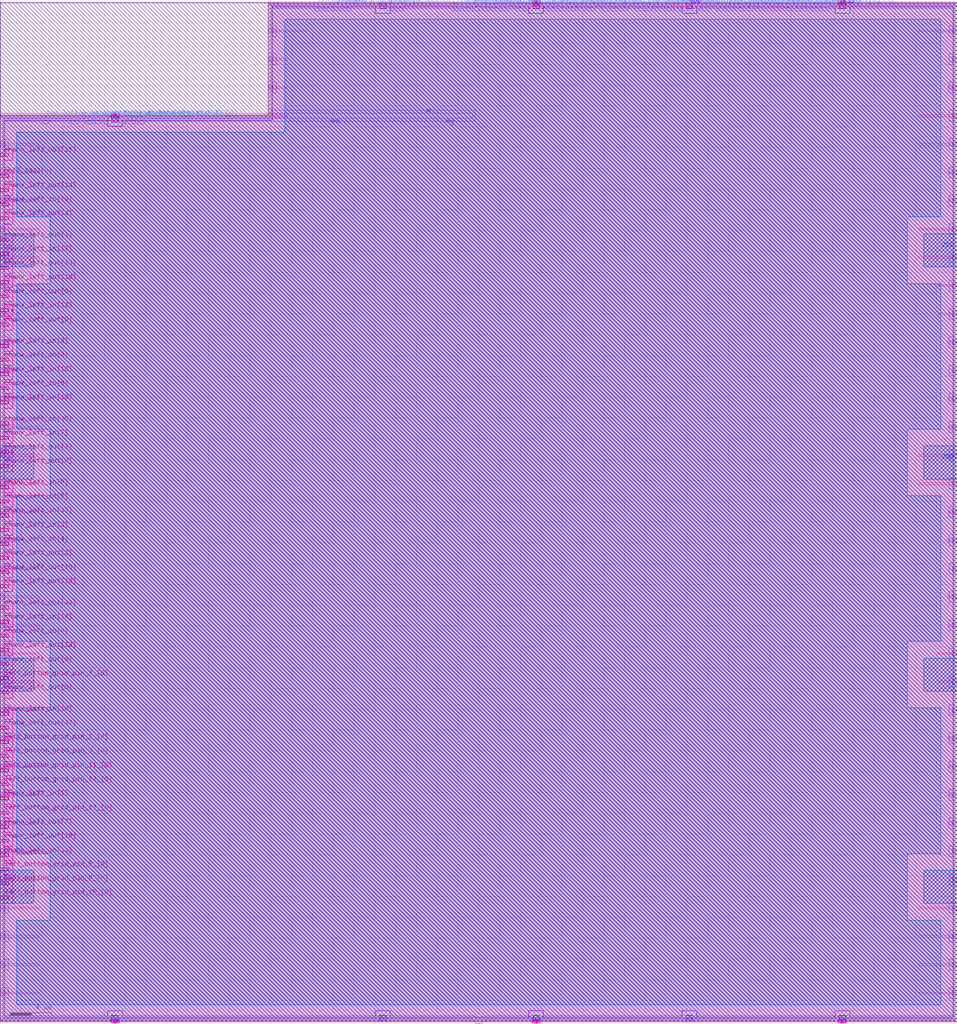
<source format=lef>
VERSION 5.7 ;
BUSBITCHARS "[]" ;

UNITS
  DATABASE MICRONS 1000 ;
END UNITS

MANUFACTURINGGRID 0.005 ;

LAYER li1
  TYPE ROUTING ;
  DIRECTION VERTICAL ;
  PITCH 0.46 ;
  WIDTH 0.17 ;
END li1

LAYER mcon
  TYPE CUT ;
END mcon

LAYER met1
  TYPE ROUTING ;
  DIRECTION HORIZONTAL ;
  PITCH 0.34 ;
  WIDTH 0.14 ;
END met1

LAYER via
  TYPE CUT ;
END via

LAYER met2
  TYPE ROUTING ;
  DIRECTION VERTICAL ;
  PITCH 0.46 ;
  WIDTH 0.14 ;
END met2

LAYER via2
  TYPE CUT ;
END via2

LAYER met3
  TYPE ROUTING ;
  DIRECTION HORIZONTAL ;
  PITCH 0.68 ;
  WIDTH 0.3 ;
END met3

LAYER via3
  TYPE CUT ;
END via3

LAYER met4
  TYPE ROUTING ;
  DIRECTION VERTICAL ;
  PITCH 0.92 ;
  WIDTH 0.3 ;
END met4

LAYER via4
  TYPE CUT ;
END via4

LAYER met5
  TYPE ROUTING ;
  DIRECTION HORIZONTAL ;
  PITCH 3.4 ;
  WIDTH 1.6 ;
END met5

LAYER nwell
  TYPE MASTERSLICE ;
END nwell

LAYER pwell
  TYPE MASTERSLICE ;
END pwell

LAYER OVERLAP
  TYPE OVERLAP ;
END OVERLAP

VIA L1M1_PR
  LAYER li1 ;
    RECT -0.085 -0.085 0.085 0.085 ;
  LAYER mcon ;
    RECT -0.085 -0.085 0.085 0.085 ;
  LAYER met1 ;
    RECT -0.145 -0.115 0.145 0.115 ;
END L1M1_PR

VIA L1M1_PR_R
  LAYER li1 ;
    RECT -0.085 -0.085 0.085 0.085 ;
  LAYER mcon ;
    RECT -0.085 -0.085 0.085 0.085 ;
  LAYER met1 ;
    RECT -0.115 -0.145 0.115 0.145 ;
END L1M1_PR_R

VIA L1M1_PR_M
  LAYER li1 ;
    RECT -0.085 -0.085 0.085 0.085 ;
  LAYER mcon ;
    RECT -0.085 -0.085 0.085 0.085 ;
  LAYER met1 ;
    RECT -0.115 -0.145 0.115 0.145 ;
END L1M1_PR_M

VIA L1M1_PR_MR
  LAYER li1 ;
    RECT -0.085 -0.085 0.085 0.085 ;
  LAYER mcon ;
    RECT -0.085 -0.085 0.085 0.085 ;
  LAYER met1 ;
    RECT -0.145 -0.115 0.145 0.115 ;
END L1M1_PR_MR

VIA L1M1_PR_C
  LAYER li1 ;
    RECT -0.085 -0.085 0.085 0.085 ;
  LAYER mcon ;
    RECT -0.085 -0.085 0.085 0.085 ;
  LAYER met1 ;
    RECT -0.145 -0.145 0.145 0.145 ;
END L1M1_PR_C

VIA M1M2_PR
  LAYER met1 ;
    RECT -0.16 -0.13 0.16 0.13 ;
  LAYER via ;
    RECT -0.075 -0.075 0.075 0.075 ;
  LAYER met2 ;
    RECT -0.13 -0.16 0.13 0.16 ;
END M1M2_PR

VIA M1M2_PR_Enc
  LAYER met1 ;
    RECT -0.16 -0.13 0.16 0.13 ;
  LAYER via ;
    RECT -0.075 -0.075 0.075 0.075 ;
  LAYER met2 ;
    RECT -0.16 -0.13 0.16 0.13 ;
END M1M2_PR_Enc

VIA M1M2_PR_R
  LAYER met1 ;
    RECT -0.13 -0.16 0.13 0.16 ;
  LAYER via ;
    RECT -0.075 -0.075 0.075 0.075 ;
  LAYER met2 ;
    RECT -0.16 -0.13 0.16 0.13 ;
END M1M2_PR_R

VIA M1M2_PR_R_Enc
  LAYER met1 ;
    RECT -0.13 -0.16 0.13 0.16 ;
  LAYER via ;
    RECT -0.075 -0.075 0.075 0.075 ;
  LAYER met2 ;
    RECT -0.13 -0.16 0.13 0.16 ;
END M1M2_PR_R_Enc

VIA M1M2_PR_M
  LAYER met1 ;
    RECT -0.16 -0.13 0.16 0.13 ;
  LAYER via ;
    RECT -0.075 -0.075 0.075 0.075 ;
  LAYER met2 ;
    RECT -0.16 -0.13 0.16 0.13 ;
END M1M2_PR_M

VIA M1M2_PR_M_Enc
  LAYER met1 ;
    RECT -0.16 -0.13 0.16 0.13 ;
  LAYER via ;
    RECT -0.075 -0.075 0.075 0.075 ;
  LAYER met2 ;
    RECT -0.13 -0.16 0.13 0.16 ;
END M1M2_PR_M_Enc

VIA M1M2_PR_MR
  LAYER met1 ;
    RECT -0.13 -0.16 0.13 0.16 ;
  LAYER via ;
    RECT -0.075 -0.075 0.075 0.075 ;
  LAYER met2 ;
    RECT -0.13 -0.16 0.13 0.16 ;
END M1M2_PR_MR

VIA M1M2_PR_MR_Enc
  LAYER met1 ;
    RECT -0.13 -0.16 0.13 0.16 ;
  LAYER via ;
    RECT -0.075 -0.075 0.075 0.075 ;
  LAYER met2 ;
    RECT -0.16 -0.13 0.16 0.13 ;
END M1M2_PR_MR_Enc

VIA M1M2_PR_C
  LAYER met1 ;
    RECT -0.16 -0.16 0.16 0.16 ;
  LAYER via ;
    RECT -0.075 -0.075 0.075 0.075 ;
  LAYER met2 ;
    RECT -0.16 -0.16 0.16 0.16 ;
END M1M2_PR_C

VIA M2M3_PR
  LAYER met2 ;
    RECT -0.14 -0.185 0.14 0.185 ;
  LAYER via2 ;
    RECT -0.1 -0.1 0.1 0.1 ;
  LAYER met3 ;
    RECT -0.165 -0.165 0.165 0.165 ;
END M2M3_PR

VIA M2M3_PR_R
  LAYER met2 ;
    RECT -0.185 -0.14 0.185 0.14 ;
  LAYER via2 ;
    RECT -0.1 -0.1 0.1 0.1 ;
  LAYER met3 ;
    RECT -0.165 -0.165 0.165 0.165 ;
END M2M3_PR_R

VIA M2M3_PR_M
  LAYER met2 ;
    RECT -0.14 -0.185 0.14 0.185 ;
  LAYER via2 ;
    RECT -0.1 -0.1 0.1 0.1 ;
  LAYER met3 ;
    RECT -0.165 -0.165 0.165 0.165 ;
END M2M3_PR_M

VIA M2M3_PR_MR
  LAYER met2 ;
    RECT -0.185 -0.14 0.185 0.14 ;
  LAYER via2 ;
    RECT -0.1 -0.1 0.1 0.1 ;
  LAYER met3 ;
    RECT -0.165 -0.165 0.165 0.165 ;
END M2M3_PR_MR

VIA M2M3_PR_C
  LAYER met2 ;
    RECT -0.185 -0.185 0.185 0.185 ;
  LAYER via2 ;
    RECT -0.1 -0.1 0.1 0.1 ;
  LAYER met3 ;
    RECT -0.165 -0.165 0.165 0.165 ;
END M2M3_PR_C

VIA M3M4_PR
  LAYER met3 ;
    RECT -0.19 -0.16 0.19 0.16 ;
  LAYER via3 ;
    RECT -0.1 -0.1 0.1 0.1 ;
  LAYER met4 ;
    RECT -0.165 -0.165 0.165 0.165 ;
END M3M4_PR

VIA M3M4_PR_R
  LAYER met3 ;
    RECT -0.16 -0.19 0.16 0.19 ;
  LAYER via3 ;
    RECT -0.1 -0.1 0.1 0.1 ;
  LAYER met4 ;
    RECT -0.165 -0.165 0.165 0.165 ;
END M3M4_PR_R

VIA M3M4_PR_M
  LAYER met3 ;
    RECT -0.19 -0.16 0.19 0.16 ;
  LAYER via3 ;
    RECT -0.1 -0.1 0.1 0.1 ;
  LAYER met4 ;
    RECT -0.165 -0.165 0.165 0.165 ;
END M3M4_PR_M

VIA M3M4_PR_MR
  LAYER met3 ;
    RECT -0.16 -0.19 0.16 0.19 ;
  LAYER via3 ;
    RECT -0.1 -0.1 0.1 0.1 ;
  LAYER met4 ;
    RECT -0.165 -0.165 0.165 0.165 ;
END M3M4_PR_MR

VIA M3M4_PR_C
  LAYER met3 ;
    RECT -0.19 -0.19 0.19 0.19 ;
  LAYER via3 ;
    RECT -0.1 -0.1 0.1 0.1 ;
  LAYER met4 ;
    RECT -0.165 -0.165 0.165 0.165 ;
END M3M4_PR_C

VIA M4M5_PR
  LAYER met4 ;
    RECT -0.59 -0.59 0.59 0.59 ;
  LAYER via4 ;
    RECT -0.4 -0.4 0.4 0.4 ;
  LAYER met5 ;
    RECT -0.71 -0.71 0.71 0.71 ;
END M4M5_PR

VIA M4M5_PR_R
  LAYER met4 ;
    RECT -0.59 -0.59 0.59 0.59 ;
  LAYER via4 ;
    RECT -0.4 -0.4 0.4 0.4 ;
  LAYER met5 ;
    RECT -0.71 -0.71 0.71 0.71 ;
END M4M5_PR_R

VIA M4M5_PR_M
  LAYER met4 ;
    RECT -0.59 -0.59 0.59 0.59 ;
  LAYER via4 ;
    RECT -0.4 -0.4 0.4 0.4 ;
  LAYER met5 ;
    RECT -0.71 -0.71 0.71 0.71 ;
END M4M5_PR_M

VIA M4M5_PR_MR
  LAYER met4 ;
    RECT -0.59 -0.59 0.59 0.59 ;
  LAYER via4 ;
    RECT -0.4 -0.4 0.4 0.4 ;
  LAYER met5 ;
    RECT -0.71 -0.71 0.71 0.71 ;
END M4M5_PR_MR

VIA M4M5_PR_C
  LAYER met4 ;
    RECT -0.59 -0.59 0.59 0.59 ;
  LAYER via4 ;
    RECT -0.4 -0.4 0.4 0.4 ;
  LAYER met5 ;
    RECT -0.71 -0.71 0.71 0.71 ;
END M4M5_PR_C

SITE unit
  CLASS CORE ;
  SYMMETRY Y ;
  SIZE 0.46 BY 2.72 ;
END unit

SITE unithddbl
  CLASS CORE ;
  SIZE 0.46 BY 5.44 ;
END unithddbl

MACRO sb_2__0_
  CLASS BLOCK ;
  ORIGIN 0 0 ;
  SIZE 92 BY 97.92 ;
  SYMMETRY X Y ;
  PIN chany_top_in[0]
    DIRECTION INPUT ;
    USE SIGNAL ;
    PORT
      LAYER met2 ;
        RECT 56.74 97.435 56.88 97.92 ;
    END
  END chany_top_in[0]
  PIN chany_top_in[1]
    DIRECTION INPUT ;
    USE SIGNAL ;
    PORT
      LAYER met2 ;
        RECT 59.04 97.435 59.18 97.92 ;
    END
  END chany_top_in[1]
  PIN chany_top_in[2]
    DIRECTION INPUT ;
    USE SIGNAL ;
    PORT
      LAYER met2 ;
        RECT 65.02 97.435 65.16 97.92 ;
    END
  END chany_top_in[2]
  PIN chany_top_in[3]
    DIRECTION INPUT ;
    USE SIGNAL ;
    PORT
      LAYER met2 ;
        RECT 70.08 97.435 70.22 97.92 ;
    END
  END chany_top_in[3]
  PIN chany_top_in[4]
    DIRECTION INPUT ;
    USE SIGNAL ;
    PORT
      LAYER met2 ;
        RECT 63.18 97.435 63.32 97.92 ;
    END
  END chany_top_in[4]
  PIN chany_top_in[5]
    DIRECTION INPUT ;
    USE SIGNAL ;
    PORT
      LAYER met2 ;
        RECT 67.78 97.435 67.92 97.92 ;
    END
  END chany_top_in[5]
  PIN chany_top_in[6]
    DIRECTION INPUT ;
    USE SIGNAL ;
    PORT
      LAYER met2 ;
        RECT 52.14 97.435 52.28 97.92 ;
    END
  END chany_top_in[6]
  PIN chany_top_in[7]
    DIRECTION INPUT ;
    USE SIGNAL ;
    PORT
      LAYER met2 ;
        RECT 53.06 97.435 53.2 97.92 ;
    END
  END chany_top_in[7]
  PIN chany_top_in[8]
    DIRECTION INPUT ;
    USE SIGNAL ;
    PORT
      LAYER met2 ;
        RECT 45.7 97.435 45.84 97.92 ;
    END
  END chany_top_in[8]
  PIN chany_top_in[9]
    DIRECTION INPUT ;
    USE SIGNAL ;
    PORT
      LAYER met2 ;
        RECT 65.94 97.435 66.08 97.92 ;
    END
  END chany_top_in[9]
  PIN chany_top_in[10]
    DIRECTION INPUT ;
    USE SIGNAL ;
    PORT
      LAYER met2 ;
        RECT 64.1 97.435 64.24 97.92 ;
    END
  END chany_top_in[10]
  PIN chany_top_in[11]
    DIRECTION INPUT ;
    USE SIGNAL ;
    PORT
      LAYER met2 ;
        RECT 74.68 97.435 74.82 97.92 ;
    END
  END chany_top_in[11]
  PIN chany_top_in[12]
    DIRECTION INPUT ;
    USE SIGNAL ;
    PORT
      LAYER met2 ;
        RECT 62.26 97.435 62.4 97.92 ;
    END
  END chany_top_in[12]
  PIN chany_top_in[13]
    DIRECTION INPUT ;
    USE SIGNAL ;
    PORT
      LAYER met2 ;
        RECT 72.84 97.435 72.98 97.92 ;
    END
  END chany_top_in[13]
  PIN chany_top_in[14]
    DIRECTION INPUT ;
    USE SIGNAL ;
    PORT
      LAYER met2 ;
        RECT 53.98 97.435 54.12 97.92 ;
    END
  END chany_top_in[14]
  PIN chany_top_in[15]
    DIRECTION INPUT ;
    USE SIGNAL ;
    PORT
      LAYER met2 ;
        RECT 58.12 97.435 58.26 97.92 ;
    END
  END chany_top_in[15]
  PIN chany_top_in[16]
    DIRECTION INPUT ;
    USE SIGNAL ;
    PORT
      LAYER met2 ;
        RECT 48.46 97.435 48.6 97.92 ;
    END
  END chany_top_in[16]
  PIN chany_top_in[17]
    DIRECTION INPUT ;
    USE SIGNAL ;
    PORT
      LAYER met2 ;
        RECT 73.76 97.435 73.9 97.92 ;
    END
  END chany_top_in[17]
  PIN chany_top_in[18]
    DIRECTION INPUT ;
    USE SIGNAL ;
    PORT
      LAYER met2 ;
        RECT 44.78 97.435 44.92 97.92 ;
    END
  END chany_top_in[18]
  PIN chany_top_in[19]
    DIRECTION INPUT ;
    USE SIGNAL ;
    PORT
      LAYER met2 ;
        RECT 69.16 97.435 69.3 97.92 ;
    END
  END chany_top_in[19]
  PIN top_left_grid_pin_42_[0]
    DIRECTION INPUT ;
    USE SIGNAL ;
    PORT
      LAYER met2 ;
        RECT 13.5 86.555 13.64 87.04 ;
    END
  END top_left_grid_pin_42_[0]
  PIN top_left_grid_pin_43_[0]
    DIRECTION INPUT ;
    USE SIGNAL ;
    PORT
      LAYER met2 ;
        RECT 11.66 86.555 11.8 87.04 ;
    END
  END top_left_grid_pin_43_[0]
  PIN top_left_grid_pin_44_[0]
    DIRECTION INPUT ;
    USE SIGNAL ;
    PORT
      LAYER met2 ;
        RECT 8.44 86.555 8.58 87.04 ;
    END
  END top_left_grid_pin_44_[0]
  PIN top_left_grid_pin_45_[0]
    DIRECTION INPUT ;
    USE SIGNAL ;
    PORT
      LAYER met2 ;
        RECT 12.58 86.555 12.72 87.04 ;
    END
  END top_left_grid_pin_45_[0]
  PIN top_left_grid_pin_46_[0]
    DIRECTION INPUT ;
    USE SIGNAL ;
    PORT
      LAYER met2 ;
        RECT 10.28 86.555 10.42 87.04 ;
    END
  END top_left_grid_pin_46_[0]
  PIN top_left_grid_pin_47_[0]
    DIRECTION INPUT ;
    USE SIGNAL ;
    PORT
      LAYER met2 ;
        RECT 4.3 86.555 4.44 87.04 ;
    END
  END top_left_grid_pin_47_[0]
  PIN top_left_grid_pin_48_[0]
    DIRECTION INPUT ;
    USE SIGNAL ;
    PORT
      LAYER met2 ;
        RECT 9.36 86.555 9.5 87.04 ;
    END
  END top_left_grid_pin_48_[0]
  PIN top_left_grid_pin_49_[0]
    DIRECTION INPUT ;
    USE SIGNAL ;
    PORT
      LAYER met2 ;
        RECT 7.06 86.555 7.2 87.04 ;
    END
  END top_left_grid_pin_49_[0]
  PIN top_right_grid_pin_1_[0]
    DIRECTION INPUT ;
    USE SIGNAL ;
    PORT
      LAYER met2 ;
        RECT 31.44 97.435 31.58 97.92 ;
    END
  END top_right_grid_pin_1_[0]
  PIN chanx_left_in[0]
    DIRECTION INPUT ;
    USE SIGNAL ;
    PORT
      LAYER met3 ;
        RECT 0 36.91 0.8 37.21 ;
    END
  END chanx_left_in[0]
  PIN chanx_left_in[1]
    DIRECTION INPUT ;
    USE SIGNAL ;
    PORT
      LAYER met3 ;
        RECT 0 21.27 0.8 21.57 ;
    END
  END chanx_left_in[1]
  PIN chanx_left_in[2]
    DIRECTION INPUT ;
    USE SIGNAL ;
    PORT
      LAYER met3 ;
        RECT 0 63.43 0.8 63.73 ;
    END
  END chanx_left_in[2]
  PIN chanx_left_in[3]
    DIRECTION INPUT ;
    USE SIGNAL ;
    PORT
      LAYER met3 ;
        RECT 0 47.11 0.8 47.41 ;
    END
  END chanx_left_in[3]
  PIN chanx_left_in[4]
    DIRECTION INPUT ;
    USE SIGNAL ;
    PORT
      LAYER met3 ;
        RECT 0 45.75 0.8 46.05 ;
    END
  END chanx_left_in[4]
  PIN chanx_left_in[5]
    DIRECTION INPUT ;
    USE SIGNAL ;
    PORT
      LAYER met3 ;
        RECT 0 49.83 0.8 50.13 ;
    END
  END chanx_left_in[5]
  PIN chanx_left_in[6]
    DIRECTION INPUT ;
    USE SIGNAL ;
    PORT
      LAYER met3 ;
        RECT 0 60.71 0.8 61.01 ;
    END
  END chanx_left_in[6]
  PIN chanx_left_in[7]
    DIRECTION INPUT ;
    USE SIGNAL ;
    PORT
      LAYER met3 ;
        RECT 0 55.95 0.8 56.25 ;
    END
  END chanx_left_in[7]
  PIN chanx_left_in[8]
    DIRECTION INPUT ;
    USE SIGNAL ;
    PORT
      LAYER met3 ;
        RECT 0 64.79 0.8 65.09 ;
    END
  END chanx_left_in[8]
  PIN chanx_left_in[9]
    DIRECTION INPUT ;
    USE SIGNAL ;
    PORT
      LAYER met3 ;
        RECT 0 51.19 0.8 51.49 ;
    END
  END chanx_left_in[9]
  PIN chanx_left_in[10]
    DIRECTION INPUT ;
    USE SIGNAL ;
    PORT
      LAYER met3 ;
        RECT 0 29.43 0.8 29.73 ;
    END
  END chanx_left_in[10]
  PIN chanx_left_in[11]
    DIRECTION INPUT ;
    USE SIGNAL ;
    PORT
      LAYER met3 ;
        RECT 0 15.83 0.8 16.13 ;
    END
  END chanx_left_in[11]
  PIN chanx_left_in[12]
    DIRECTION INPUT ;
    USE SIGNAL ;
    PORT
      LAYER met3 ;
        RECT 0 68.19 0.8 68.49 ;
    END
  END chanx_left_in[12]
  PIN chanx_left_in[13]
    DIRECTION INPUT ;
    USE SIGNAL ;
    PORT
      LAYER met3 ;
        RECT 0 48.47 0.8 48.77 ;
    END
  END chanx_left_in[13]
  PIN chanx_left_in[14]
    DIRECTION INPUT ;
    USE SIGNAL ;
    PORT
      LAYER met3 ;
        RECT 0 38.27 0.8 38.57 ;
    END
  END chanx_left_in[14]
  PIN chanx_left_in[15]
    DIRECTION INPUT ;
    USE SIGNAL ;
    PORT
      LAYER met3 ;
        RECT 0 57.31 0.8 57.61 ;
    END
  END chanx_left_in[15]
  PIN chanx_left_in[16]
    DIRECTION INPUT ;
    USE SIGNAL ;
    PORT
      LAYER met3 ;
        RECT 0 62.07 0.8 62.37 ;
    END
  END chanx_left_in[16]
  PIN chanx_left_in[17]
    DIRECTION INPUT ;
    USE SIGNAL ;
    PORT
      LAYER met3 ;
        RECT 0 73.63 0.8 73.93 ;
    END
  END chanx_left_in[17]
  PIN chanx_left_in[18]
    DIRECTION INPUT ;
    USE SIGNAL ;
    PORT
      LAYER met3 ;
        RECT 0 59.35 0.8 59.65 ;
    END
  END chanx_left_in[18]
  PIN chanx_left_in[19]
    DIRECTION INPUT ;
    USE SIGNAL ;
    PORT
      LAYER met3 ;
        RECT 0 78.39 0.8 78.69 ;
    END
  END chanx_left_in[19]
  PIN left_bottom_grid_pin_1_[0]
    DIRECTION INPUT ;
    USE SIGNAL ;
    PORT
      LAYER met3 ;
        RECT 0 26.71 0.8 27.01 ;
    END
  END left_bottom_grid_pin_1_[0]
  PIN left_bottom_grid_pin_3_[0]
    DIRECTION INPUT ;
    USE SIGNAL ;
    PORT
      LAYER met3 ;
        RECT 0 25.35 0.8 25.65 ;
    END
  END left_bottom_grid_pin_3_[0]
  PIN left_bottom_grid_pin_5_[0]
    DIRECTION INPUT ;
    USE SIGNAL ;
    PORT
      LAYER met3 ;
        RECT 0 14.47 0.8 14.77 ;
    END
  END left_bottom_grid_pin_5_[0]
  PIN left_bottom_grid_pin_7_[0]
    DIRECTION INPUT ;
    USE SIGNAL ;
    PORT
      LAYER met3 ;
        RECT 0 32.83 0.8 33.13 ;
    END
  END left_bottom_grid_pin_7_[0]
  PIN left_bottom_grid_pin_9_[0]
    DIRECTION INPUT ;
    USE SIGNAL ;
    PORT
      LAYER met3 ;
        RECT 0 13.11 0.8 13.41 ;
    END
  END left_bottom_grid_pin_9_[0]
  PIN left_bottom_grid_pin_11_[0]
    DIRECTION INPUT ;
    USE SIGNAL ;
    PORT
      LAYER met3 ;
        RECT 0 23.99 0.8 24.29 ;
    END
  END left_bottom_grid_pin_11_[0]
  PIN left_bottom_grid_pin_13_[0]
    DIRECTION INPUT ;
    USE SIGNAL ;
    PORT
      LAYER met3 ;
        RECT 0 22.63 0.8 22.93 ;
    END
  END left_bottom_grid_pin_13_[0]
  PIN left_bottom_grid_pin_15_[0]
    DIRECTION INPUT ;
    USE SIGNAL ;
    PORT
      LAYER met3 ;
        RECT 0 11.75 0.8 12.05 ;
    END
  END left_bottom_grid_pin_15_[0]
  PIN left_bottom_grid_pin_17_[0]
    DIRECTION INPUT ;
    USE SIGNAL ;
    PORT
      LAYER met3 ;
        RECT 0 19.91 0.8 20.21 ;
    END
  END left_bottom_grid_pin_17_[0]
  PIN ccff_head[0]
    DIRECTION INPUT ;
    USE SIGNAL ;
    PORT
      LAYER met2 ;
        RECT 30.52 97.435 30.66 97.92 ;
    END
  END ccff_head[0]
  PIN chany_top_out[0]
    DIRECTION OUTPUT ;
    USE SIGNAL ;
    PORT
      LAYER met2 ;
        RECT 76.52 97.435 76.66 97.92 ;
    END
  END chany_top_out[0]
  PIN chany_top_out[1]
    DIRECTION OUTPUT ;
    USE SIGNAL ;
    PORT
      LAYER met2 ;
        RECT 43.86 97.435 44 97.92 ;
    END
  END chany_top_out[1]
  PIN chany_top_out[2]
    DIRECTION OUTPUT ;
    USE SIGNAL ;
    PORT
      LAYER met2 ;
        RECT 75.6 97.435 75.74 97.92 ;
    END
  END chany_top_out[2]
  PIN chany_top_out[3]
    DIRECTION OUTPUT ;
    USE SIGNAL ;
    PORT
      LAYER met2 ;
        RECT 77.44 97.435 77.58 97.92 ;
    END
  END chany_top_out[3]
  PIN chany_top_out[4]
    DIRECTION OUTPUT ;
    USE SIGNAL ;
    PORT
      LAYER met2 ;
        RECT 59.96 97.435 60.1 97.92 ;
    END
  END chany_top_out[4]
  PIN chany_top_out[5]
    DIRECTION OUTPUT ;
    USE SIGNAL ;
    PORT
      LAYER met2 ;
        RECT 46.62 97.435 46.76 97.92 ;
    END
  END chany_top_out[5]
  PIN chany_top_out[6]
    DIRECTION OUTPUT ;
    USE SIGNAL ;
    PORT
      LAYER met2 ;
        RECT 54.9 97.435 55.04 97.92 ;
    END
  END chany_top_out[6]
  PIN chany_top_out[7]
    DIRECTION OUTPUT ;
    USE SIGNAL ;
    PORT
      LAYER met2 ;
        RECT 78.36 97.435 78.5 97.92 ;
    END
  END chany_top_out[7]
  PIN chany_top_out[8]
    DIRECTION OUTPUT ;
    USE SIGNAL ;
    PORT
      LAYER met2 ;
        RECT 66.86 97.435 67 97.92 ;
    END
  END chany_top_out[8]
  PIN chany_top_out[9]
    DIRECTION OUTPUT ;
    USE SIGNAL ;
    PORT
      LAYER met2 ;
        RECT 55.82 97.435 55.96 97.92 ;
    END
  END chany_top_out[9]
  PIN chany_top_out[10]
    DIRECTION OUTPUT ;
    USE SIGNAL ;
    PORT
      LAYER met2 ;
        RECT 47.54 97.435 47.68 97.92 ;
    END
  END chany_top_out[10]
  PIN chany_top_out[11]
    DIRECTION OUTPUT ;
    USE SIGNAL ;
    PORT
      LAYER met2 ;
        RECT 61.34 97.435 61.48 97.92 ;
    END
  END chany_top_out[11]
  PIN chany_top_out[12]
    DIRECTION OUTPUT ;
    USE SIGNAL ;
    PORT
      LAYER met2 ;
        RECT 38.34 97.435 38.48 97.92 ;
    END
  END chany_top_out[12]
  PIN chany_top_out[13]
    DIRECTION OUTPUT ;
    USE SIGNAL ;
    PORT
      LAYER met2 ;
        RECT 79.28 97.435 79.42 97.92 ;
    END
  END chany_top_out[13]
  PIN chany_top_out[14]
    DIRECTION OUTPUT ;
    USE SIGNAL ;
    PORT
      LAYER met2 ;
        RECT 50.76 97.435 50.9 97.92 ;
    END
  END chany_top_out[14]
  PIN chany_top_out[15]
    DIRECTION OUTPUT ;
    USE SIGNAL ;
    PORT
      LAYER met2 ;
        RECT 49.84 97.435 49.98 97.92 ;
    END
  END chany_top_out[15]
  PIN chany_top_out[16]
    DIRECTION OUTPUT ;
    USE SIGNAL ;
    PORT
      LAYER met2 ;
        RECT 32.36 97.435 32.5 97.92 ;
    END
  END chany_top_out[16]
  PIN chany_top_out[17]
    DIRECTION OUTPUT ;
    USE SIGNAL ;
    PORT
      LAYER met2 ;
        RECT 71.92 97.435 72.06 97.92 ;
    END
  END chany_top_out[17]
  PIN chany_top_out[18]
    DIRECTION OUTPUT ;
    USE SIGNAL ;
    PORT
      LAYER met2 ;
        RECT 33.28 97.435 33.42 97.92 ;
    END
  END chany_top_out[18]
  PIN chany_top_out[19]
    DIRECTION OUTPUT ;
    USE SIGNAL ;
    PORT
      LAYER met2 ;
        RECT 71 97.435 71.14 97.92 ;
    END
  END chany_top_out[19]
  PIN chanx_left_out[0]
    DIRECTION OUTPUT ;
    USE SIGNAL ;
    PORT
      LAYER met3 ;
        RECT 0 53.23 0.8 53.53 ;
    END
  END chanx_left_out[0]
  PIN chanx_left_out[1]
    DIRECTION OUTPUT ;
    USE SIGNAL ;
    PORT
      LAYER met3 ;
        RECT 0 74.99 0.8 75.29 ;
    END
  END chanx_left_out[1]
  PIN chanx_left_out[2]
    DIRECTION OUTPUT ;
    USE SIGNAL ;
    PORT
      LAYER met3 ;
        RECT 0 54.59 0.8 54.89 ;
    END
  END chanx_left_out[2]
  PIN chanx_left_out[3]
    DIRECTION OUTPUT ;
    USE SIGNAL ;
    PORT
      LAYER met3 ;
        RECT 0 44.39 0.8 44.69 ;
    END
  END chanx_left_out[3]
  PIN chanx_left_out[4]
    DIRECTION OUTPUT ;
    USE SIGNAL ;
    PORT
      LAYER met3 ;
        RECT 0 77.03 0.8 77.33 ;
    END
  END chanx_left_out[4]
  PIN chanx_left_out[5]
    DIRECTION OUTPUT ;
    USE SIGNAL ;
    PORT
      LAYER met3 ;
        RECT 0 31.47 0.8 31.77 ;
    END
  END chanx_left_out[5]
  PIN chanx_left_out[6]
    DIRECTION OUTPUT ;
    USE SIGNAL ;
    PORT
      LAYER met3 ;
        RECT 0 69.55 0.8 69.85 ;
    END
  END chanx_left_out[6]
  PIN chanx_left_out[7]
    DIRECTION OUTPUT ;
    USE SIGNAL ;
    PORT
      LAYER met3 ;
        RECT 0 18.55 0.8 18.85 ;
    END
  END chanx_left_out[7]
  PIN chanx_left_out[8]
    DIRECTION OUTPUT ;
    USE SIGNAL ;
    PORT
      LAYER met3 ;
        RECT 0 34.19 0.8 34.49 ;
    END
  END chanx_left_out[8]
  PIN chanx_left_out[9]
    DIRECTION OUTPUT ;
    USE SIGNAL ;
    PORT
      LAYER met3 ;
        RECT 0 66.83 0.8 67.13 ;
    END
  END chanx_left_out[9]
  PIN chanx_left_out[10]
    DIRECTION OUTPUT ;
    USE SIGNAL ;
    PORT
      LAYER met3 ;
        RECT 0 43.03 0.8 43.33 ;
    END
  END chanx_left_out[10]
  PIN chanx_left_out[11]
    DIRECTION OUTPUT ;
    USE SIGNAL ;
    PORT
      LAYER met3 ;
        RECT 0 39.63 0.8 39.93 ;
    END
  END chanx_left_out[11]
  PIN chanx_left_out[12]
    DIRECTION OUTPUT ;
    USE SIGNAL ;
    PORT
      LAYER met3 ;
        RECT 0 35.55 0.8 35.85 ;
    END
  END chanx_left_out[12]
  PIN chanx_left_out[13]
    DIRECTION OUTPUT ;
    USE SIGNAL ;
    PORT
      LAYER met3 ;
        RECT 0 72.27 0.8 72.57 ;
    END
  END chanx_left_out[13]
  PIN chanx_left_out[14]
    DIRECTION OUTPUT ;
    USE SIGNAL ;
    PORT
      LAYER met3 ;
        RECT 0 79.75 0.8 80.05 ;
    END
  END chanx_left_out[14]
  PIN chanx_left_out[15]
    DIRECTION OUTPUT ;
    USE SIGNAL ;
    PORT
      LAYER met3 ;
        RECT 0 83.15 0.8 83.45 ;
    END
  END chanx_left_out[15]
  PIN chanx_left_out[16]
    DIRECTION OUTPUT ;
    USE SIGNAL ;
    PORT
      LAYER met3 ;
        RECT 0 17.19 0.8 17.49 ;
    END
  END chanx_left_out[16]
  PIN chanx_left_out[17]
    DIRECTION OUTPUT ;
    USE SIGNAL ;
    PORT
      LAYER met3 ;
        RECT 0 28.07 0.8 28.37 ;
    END
  END chanx_left_out[17]
  PIN chanx_left_out[18]
    DIRECTION OUTPUT ;
    USE SIGNAL ;
    PORT
      LAYER met3 ;
        RECT 0 41.67 0.8 41.97 ;
    END
  END chanx_left_out[18]
  PIN chanx_left_out[19]
    DIRECTION OUTPUT ;
    USE SIGNAL ;
    PORT
      LAYER met3 ;
        RECT 0 70.91 0.8 71.21 ;
    END
  END chanx_left_out[19]
  PIN ccff_tail[0]
    DIRECTION OUTPUT ;
    USE SIGNAL ;
    PORT
      LAYER met3 ;
        RECT 0 81.11 0.8 81.41 ;
    END
  END ccff_tail[0]
  PIN prog_clk_0_N_in
    DIRECTION INPUT ;
    USE CLOCK ;
    PORT
      LAYER met2 ;
        RECT 37.42 97.435 37.56 97.92 ;
    END
  END prog_clk_0_N_in
  PIN VDD
    DIRECTION INPUT ;
    USE POWER ;
    PORT
      LAYER met5 ;
        RECT 0 11.32 3.2 14.52 ;
        RECT 88.8 11.32 92 14.52 ;
        RECT 0 52.12 3.2 55.32 ;
        RECT 88.8 52.12 92 55.32 ;
      LAYER met4 ;
        RECT 36.5 0 37.1 0.6 ;
        RECT 65.94 0 66.54 0.6 ;
        RECT 36.5 97.32 37.1 97.92 ;
        RECT 65.94 97.32 66.54 97.92 ;
      LAYER met1 ;
        RECT 0 2.48 0.48 2.96 ;
        RECT 91.52 2.48 92 2.96 ;
        RECT 0 7.92 0.48 8.4 ;
        RECT 91.52 7.92 92 8.4 ;
        RECT 0 13.36 0.48 13.84 ;
        RECT 91.52 13.36 92 13.84 ;
        RECT 0 18.8 0.48 19.28 ;
        RECT 91.52 18.8 92 19.28 ;
        RECT 0 24.24 0.48 24.72 ;
        RECT 91.52 24.24 92 24.72 ;
        RECT 0 29.68 0.48 30.16 ;
        RECT 91.52 29.68 92 30.16 ;
        RECT 0 35.12 0.48 35.6 ;
        RECT 91.52 35.12 92 35.6 ;
        RECT 0 40.56 0.48 41.04 ;
        RECT 91.52 40.56 92 41.04 ;
        RECT 0 46 0.48 46.48 ;
        RECT 91.52 46 92 46.48 ;
        RECT 0 51.44 0.48 51.92 ;
        RECT 91.52 51.44 92 51.92 ;
        RECT 0 56.88 0.48 57.36 ;
        RECT 91.52 56.88 92 57.36 ;
        RECT 0 62.32 0.48 62.8 ;
        RECT 91.52 62.32 92 62.8 ;
        RECT 0 67.76 0.48 68.24 ;
        RECT 91.52 67.76 92 68.24 ;
        RECT 0 73.2 0.48 73.68 ;
        RECT 91.52 73.2 92 73.68 ;
        RECT 0 78.64 0.48 79.12 ;
        RECT 91.52 78.64 92 79.12 ;
        RECT 0 84.08 0.48 84.56 ;
        RECT 91.52 84.08 92 84.56 ;
        RECT 25.76 89.52 26.24 90 ;
        RECT 91.52 89.52 92 90 ;
        RECT 25.76 94.96 26.24 95.44 ;
        RECT 91.52 94.96 92 95.44 ;
    END
  END VDD
  PIN VSS
    DIRECTION INPUT ;
    USE GROUND ;
    PORT
      LAYER met4 ;
        RECT 10.74 0 11.34 0.6 ;
        RECT 51.22 0 51.82 0.6 ;
        RECT 80.66 0 81.26 0.6 ;
        RECT 10.74 86.44 11.34 87.04 ;
        RECT 51.22 97.32 51.82 97.92 ;
        RECT 80.66 97.32 81.26 97.92 ;
      LAYER met5 ;
        RECT 0 31.72 3.2 34.92 ;
        RECT 88.8 31.72 92 34.92 ;
        RECT 0 72.52 3.2 75.72 ;
        RECT 88.8 72.52 92 75.72 ;
      LAYER met1 ;
        RECT 0 0 45.4 0.24 ;
        RECT 46.6 0 92 0.24 ;
        RECT 0 5.2 0.48 5.68 ;
        RECT 91.52 5.2 92 5.68 ;
        RECT 0 10.64 0.48 11.12 ;
        RECT 91.52 10.64 92 11.12 ;
        RECT 0 16.08 0.48 16.56 ;
        RECT 91.52 16.08 92 16.56 ;
        RECT 0 21.52 0.48 22 ;
        RECT 91.52 21.52 92 22 ;
        RECT 0 26.96 0.48 27.44 ;
        RECT 91.52 26.96 92 27.44 ;
        RECT 0 32.4 0.48 32.88 ;
        RECT 91.52 32.4 92 32.88 ;
        RECT 0 37.84 0.48 38.32 ;
        RECT 91.52 37.84 92 38.32 ;
        RECT 0 43.28 0.48 43.76 ;
        RECT 91.52 43.28 92 43.76 ;
        RECT 0 48.72 0.48 49.2 ;
        RECT 91.52 48.72 92 49.2 ;
        RECT 0 54.16 0.48 54.64 ;
        RECT 91.52 54.16 92 54.64 ;
        RECT 0 59.6 0.48 60.08 ;
        RECT 91.52 59.6 92 60.08 ;
        RECT 0 65.04 0.48 65.52 ;
        RECT 91.52 65.04 92 65.52 ;
        RECT 0 70.48 0.48 70.96 ;
        RECT 91.52 70.48 92 70.96 ;
        RECT 0 75.92 0.48 76.4 ;
        RECT 91.52 75.92 92 76.4 ;
        RECT 0 81.36 0.48 81.84 ;
        RECT 91.52 81.36 92 81.84 ;
        RECT 0 86.8 45.4 87.28 ;
        RECT 91.52 86.8 92 87.28 ;
        RECT 25.76 92.24 26.24 92.72 ;
        RECT 91.52 92.24 92 92.72 ;
        RECT 25.76 97.68 45.4 97.92 ;
        RECT 46.6 97.68 92 97.92 ;
    END
  END VSS
  OBS
    LAYER met2 ;
      RECT 80.82 97.735 81.1 98.105 ;
      RECT 51.38 97.735 51.66 98.105 ;
      RECT 10.9 86.855 11.18 87.225 ;
      RECT 80.82 -0.185 81.1 0.185 ;
      RECT 51.38 -0.185 51.66 0.185 ;
      RECT 10.9 -0.185 11.18 0.185 ;
      POLYGON 91.72 97.64 91.72 0.28 0.28 0.28 0.28 86.76 4.02 86.76 4.02 86.275 4.72 86.275 4.72 86.76 6.78 86.76 6.78 86.275 7.48 86.275 7.48 86.76 8.16 86.76 8.16 86.275 8.86 86.275 8.86 86.76 9.08 86.76 9.08 86.275 9.78 86.275 9.78 86.76 10 86.76 10 86.275 10.7 86.275 10.7 86.76 11.38 86.76 11.38 86.275 12.08 86.275 12.08 86.76 12.3 86.76 12.3 86.275 13 86.275 13 86.76 13.22 86.76 13.22 86.275 13.92 86.275 13.92 86.76 26.04 86.76 26.04 97.64 30.24 97.64 30.24 97.155 30.94 97.155 30.94 97.64 31.16 97.64 31.16 97.155 31.86 97.155 31.86 97.64 32.08 97.64 32.08 97.155 32.78 97.155 32.78 97.64 33 97.64 33 97.155 33.7 97.155 33.7 97.64 37.14 97.64 37.14 97.155 37.84 97.155 37.84 97.64 38.06 97.64 38.06 97.155 38.76 97.155 38.76 97.64 43.58 97.64 43.58 97.155 44.28 97.155 44.28 97.64 44.5 97.64 44.5 97.155 45.2 97.155 45.2 97.64 45.42 97.64 45.42 97.155 46.12 97.155 46.12 97.64 46.34 97.64 46.34 97.155 47.04 97.155 47.04 97.64 47.26 97.64 47.26 97.155 47.96 97.155 47.96 97.64 48.18 97.64 48.18 97.155 48.88 97.155 48.88 97.64 49.56 97.64 49.56 97.155 50.26 97.155 50.26 97.64 50.48 97.64 50.48 97.155 51.18 97.155 51.18 97.64 51.86 97.64 51.86 97.155 52.56 97.155 52.56 97.64 52.78 97.64 52.78 97.155 53.48 97.155 53.48 97.64 53.7 97.64 53.7 97.155 54.4 97.155 54.4 97.64 54.62 97.64 54.62 97.155 55.32 97.155 55.32 97.64 55.54 97.64 55.54 97.155 56.24 97.155 56.24 97.64 56.46 97.64 56.46 97.155 57.16 97.155 57.16 97.64 57.84 97.64 57.84 97.155 58.54 97.155 58.54 97.64 58.76 97.64 58.76 97.155 59.46 97.155 59.46 97.64 59.68 97.64 59.68 97.155 60.38 97.155 60.38 97.64 61.06 97.64 61.06 97.155 61.76 97.155 61.76 97.64 61.98 97.64 61.98 97.155 62.68 97.155 62.68 97.64 62.9 97.64 62.9 97.155 63.6 97.155 63.6 97.64 63.82 97.64 63.82 97.155 64.52 97.155 64.52 97.64 64.74 97.64 64.74 97.155 65.44 97.155 65.44 97.64 65.66 97.64 65.66 97.155 66.36 97.155 66.36 97.64 66.58 97.64 66.58 97.155 67.28 97.155 67.28 97.64 67.5 97.64 67.5 97.155 68.2 97.155 68.2 97.64 68.88 97.64 68.88 97.155 69.58 97.155 69.58 97.64 69.8 97.64 69.8 97.155 70.5 97.155 70.5 97.64 70.72 97.64 70.72 97.155 71.42 97.155 71.42 97.64 71.64 97.64 71.64 97.155 72.34 97.155 72.34 97.64 72.56 97.64 72.56 97.155 73.26 97.155 73.26 97.64 73.48 97.64 73.48 97.155 74.18 97.155 74.18 97.64 74.4 97.64 74.4 97.155 75.1 97.155 75.1 97.64 75.32 97.64 75.32 97.155 76.02 97.155 76.02 97.64 76.24 97.64 76.24 97.155 76.94 97.155 76.94 97.64 77.16 97.64 77.16 97.155 77.86 97.155 77.86 97.64 78.08 97.64 78.08 97.155 78.78 97.155 78.78 97.64 79 97.64 79 97.155 79.7 97.155 79.7 97.64 ;
    LAYER met3 ;
      POLYGON 81.125 98.085 81.125 98.08 81.34 98.08 81.34 97.76 81.125 97.76 81.125 97.755 80.795 97.755 80.795 97.76 80.58 97.76 80.58 98.08 80.795 98.08 80.795 98.085 ;
      POLYGON 51.685 98.085 51.685 98.08 51.9 98.08 51.9 97.76 51.685 97.76 51.685 97.755 51.355 97.755 51.355 97.76 51.14 97.76 51.14 98.08 51.355 98.08 51.355 98.085 ;
      POLYGON 11.205 87.205 11.205 87.2 11.42 87.2 11.42 86.88 11.205 86.88 11.205 86.875 10.875 86.875 10.875 86.88 10.66 86.88 10.66 87.2 10.875 87.2 10.875 87.205 ;
      POLYGON 81.125 0.165 81.125 0.16 81.34 0.16 81.34 -0.16 81.125 -0.16 81.125 -0.165 80.795 -0.165 80.795 -0.16 80.58 -0.16 80.58 0.16 80.795 0.16 80.795 0.165 ;
      POLYGON 51.685 0.165 51.685 0.16 51.9 0.16 51.9 -0.16 51.685 -0.16 51.685 -0.165 51.355 -0.165 51.355 -0.16 51.14 -0.16 51.14 0.16 51.355 0.16 51.355 0.165 ;
      POLYGON 11.205 0.165 11.205 0.16 11.42 0.16 11.42 -0.16 11.205 -0.16 11.205 -0.165 10.875 -0.165 10.875 -0.16 10.66 -0.16 10.66 0.16 10.875 0.16 10.875 0.165 ;
      POLYGON 91.6 97.52 91.6 0.4 0.4 0.4 0.4 11.35 1.2 11.35 1.2 12.45 0.4 12.45 0.4 12.71 1.2 12.71 1.2 13.81 0.4 13.81 0.4 14.07 1.2 14.07 1.2 15.17 0.4 15.17 0.4 15.43 1.2 15.43 1.2 16.53 0.4 16.53 0.4 16.79 1.2 16.79 1.2 17.89 0.4 17.89 0.4 18.15 1.2 18.15 1.2 19.25 0.4 19.25 0.4 19.51 1.2 19.51 1.2 20.61 0.4 20.61 0.4 20.87 1.2 20.87 1.2 21.97 0.4 21.97 0.4 22.23 1.2 22.23 1.2 23.33 0.4 23.33 0.4 23.59 1.2 23.59 1.2 24.69 0.4 24.69 0.4 24.95 1.2 24.95 1.2 26.05 0.4 26.05 0.4 26.31 1.2 26.31 1.2 27.41 0.4 27.41 0.4 27.67 1.2 27.67 1.2 28.77 0.4 28.77 0.4 29.03 1.2 29.03 1.2 30.13 0.4 30.13 0.4 31.07 1.2 31.07 1.2 32.17 0.4 32.17 0.4 32.43 1.2 32.43 1.2 33.53 0.4 33.53 0.4 33.79 1.2 33.79 1.2 34.89 0.4 34.89 0.4 35.15 1.2 35.15 1.2 36.25 0.4 36.25 0.4 36.51 1.2 36.51 1.2 37.61 0.4 37.61 0.4 37.87 1.2 37.87 1.2 38.97 0.4 38.97 0.4 39.23 1.2 39.23 1.2 40.33 0.4 40.33 0.4 41.27 1.2 41.27 1.2 42.37 0.4 42.37 0.4 42.63 1.2 42.63 1.2 43.73 0.4 43.73 0.4 43.99 1.2 43.99 1.2 45.09 0.4 45.09 0.4 45.35 1.2 45.35 1.2 46.45 0.4 46.45 0.4 46.71 1.2 46.71 1.2 47.81 0.4 47.81 0.4 48.07 1.2 48.07 1.2 49.17 0.4 49.17 0.4 49.43 1.2 49.43 1.2 50.53 0.4 50.53 0.4 50.79 1.2 50.79 1.2 51.89 0.4 51.89 0.4 52.83 1.2 52.83 1.2 53.93 0.4 53.93 0.4 54.19 1.2 54.19 1.2 55.29 0.4 55.29 0.4 55.55 1.2 55.55 1.2 56.65 0.4 56.65 0.4 56.91 1.2 56.91 1.2 58.01 0.4 58.01 0.4 58.95 1.2 58.95 1.2 60.05 0.4 60.05 0.4 60.31 1.2 60.31 1.2 61.41 0.4 61.41 0.4 61.67 1.2 61.67 1.2 62.77 0.4 62.77 0.4 63.03 1.2 63.03 1.2 64.13 0.4 64.13 0.4 64.39 1.2 64.39 1.2 65.49 0.4 65.49 0.4 66.43 1.2 66.43 1.2 67.53 0.4 67.53 0.4 67.79 1.2 67.79 1.2 68.89 0.4 68.89 0.4 69.15 1.2 69.15 1.2 70.25 0.4 70.25 0.4 70.51 1.2 70.51 1.2 71.61 0.4 71.61 0.4 71.87 1.2 71.87 1.2 72.97 0.4 72.97 0.4 73.23 1.2 73.23 1.2 74.33 0.4 74.33 0.4 74.59 1.2 74.59 1.2 75.69 0.4 75.69 0.4 76.63 1.2 76.63 1.2 77.73 0.4 77.73 0.4 77.99 1.2 77.99 1.2 79.09 0.4 79.09 0.4 79.35 1.2 79.35 1.2 80.45 0.4 80.45 0.4 80.71 1.2 80.71 1.2 81.81 0.4 81.81 0.4 82.75 1.2 82.75 1.2 83.85 0.4 83.85 0.4 86.64 26.16 86.64 26.16 97.52 ;
    LAYER met1 ;
      RECT 45.68 97.68 46.32 98.16 ;
      RECT 41.01 87.42 41.33 87.68 ;
      POLYGON 32.59 86.66 32.59 86.4 32.27 86.4 32.27 86.46 32.115 86.46 32.115 86.415 31.825 86.415 31.825 86.645 32.115 86.645 32.115 86.6 32.27 86.6 32.27 86.66 ;
      POLYGON 43.155 86.645 43.155 86.6 43.54 86.6 43.54 86.12 43.4 86.12 43.4 86.46 43.155 86.46 43.155 86.415 42.865 86.415 42.865 86.645 ;
      RECT 45.68 -0.24 46.32 0.24 ;
      POLYGON 46.32 97.64 46.32 97.4 91.72 97.4 91.72 95.72 91.24 95.72 91.24 94.68 91.72 94.68 91.72 93 91.24 93 91.24 91.96 91.72 91.96 91.72 90.28 91.24 90.28 91.24 89.24 91.72 89.24 91.72 87.56 91.24 87.56 91.24 86.52 91.72 86.52 91.72 84.84 91.24 84.84 91.24 83.8 91.72 83.8 91.72 82.12 91.24 82.12 91.24 81.08 91.72 81.08 91.72 79.4 91.24 79.4 91.24 78.36 91.72 78.36 91.72 76.68 91.24 76.68 91.24 75.64 91.72 75.64 91.72 73.96 91.24 73.96 91.24 72.92 91.72 72.92 91.72 71.24 91.24 71.24 91.24 70.2 91.72 70.2 91.72 68.52 91.24 68.52 91.24 67.48 91.72 67.48 91.72 65.8 91.24 65.8 91.24 64.76 91.72 64.76 91.72 63.08 91.24 63.08 91.24 62.04 91.72 62.04 91.72 60.36 91.24 60.36 91.24 59.32 91.72 59.32 91.72 57.64 91.24 57.64 91.24 56.6 91.72 56.6 91.72 54.92 91.24 54.92 91.24 53.88 91.72 53.88 91.72 52.2 91.24 52.2 91.24 51.16 91.72 51.16 91.72 49.48 91.24 49.48 91.24 48.44 91.72 48.44 91.72 46.76 91.24 46.76 91.24 45.72 91.72 45.72 91.72 44.04 91.24 44.04 91.24 43 91.72 43 91.72 41.32 91.24 41.32 91.24 40.28 91.72 40.28 91.72 38.6 91.24 38.6 91.24 37.56 91.72 37.56 91.72 35.88 91.24 35.88 91.24 34.84 91.72 34.84 91.72 33.16 91.24 33.16 91.24 32.12 91.72 32.12 91.72 30.44 91.24 30.44 91.24 29.4 91.72 29.4 91.72 27.72 91.24 27.72 91.24 26.68 91.72 26.68 91.72 25 91.24 25 91.24 23.96 91.72 23.96 91.72 22.28 91.24 22.28 91.24 21.24 91.72 21.24 91.72 19.56 91.24 19.56 91.24 18.52 91.72 18.52 91.72 16.84 91.24 16.84 91.24 15.8 91.72 15.8 91.72 14.12 91.24 14.12 91.24 13.08 91.72 13.08 91.72 11.4 91.24 11.4 91.24 10.36 91.72 10.36 91.72 8.68 91.24 8.68 91.24 7.64 91.72 7.64 91.72 5.96 91.24 5.96 91.24 4.92 91.72 4.92 91.72 3.24 91.24 3.24 91.24 2.2 91.72 2.2 91.72 0.52 46.32 0.52 46.32 0.28 45.68 0.28 45.68 0.52 0.28 0.52 0.28 2.2 0.76 2.2 0.76 3.24 0.28 3.24 0.28 4.92 0.76 4.92 0.76 5.96 0.28 5.96 0.28 7.64 0.76 7.64 0.76 8.68 0.28 8.68 0.28 10.36 0.76 10.36 0.76 11.4 0.28 11.4 0.28 13.08 0.76 13.08 0.76 14.12 0.28 14.12 0.28 15.8 0.76 15.8 0.76 16.84 0.28 16.84 0.28 18.52 0.76 18.52 0.76 19.56 0.28 19.56 0.28 21.24 0.76 21.24 0.76 22.28 0.28 22.28 0.28 23.96 0.76 23.96 0.76 25 0.28 25 0.28 26.68 0.76 26.68 0.76 27.72 0.28 27.72 0.28 29.4 0.76 29.4 0.76 30.44 0.28 30.44 0.28 32.12 0.76 32.12 0.76 33.16 0.28 33.16 0.28 34.84 0.76 34.84 0.76 35.88 0.28 35.88 0.28 37.56 0.76 37.56 0.76 38.6 0.28 38.6 0.28 40.28 0.76 40.28 0.76 41.32 0.28 41.32 0.28 43 0.76 43 0.76 44.04 0.28 44.04 0.28 45.72 0.76 45.72 0.76 46.76 0.28 46.76 0.28 48.44 0.76 48.44 0.76 49.48 0.28 49.48 0.28 51.16 0.76 51.16 0.76 52.2 0.28 52.2 0.28 53.88 0.76 53.88 0.76 54.92 0.28 54.92 0.28 56.6 0.76 56.6 0.76 57.64 0.28 57.64 0.28 59.32 0.76 59.32 0.76 60.36 0.28 60.36 0.28 62.04 0.76 62.04 0.76 63.08 0.28 63.08 0.28 64.76 0.76 64.76 0.76 65.8 0.28 65.8 0.28 67.48 0.76 67.48 0.76 68.52 0.28 68.52 0.28 70.2 0.76 70.2 0.76 71.24 0.28 71.24 0.28 72.92 0.76 72.92 0.76 73.96 0.28 73.96 0.28 75.64 0.76 75.64 0.76 76.68 0.28 76.68 0.28 78.36 0.76 78.36 0.76 79.4 0.28 79.4 0.28 81.08 0.76 81.08 0.76 82.12 0.28 82.12 0.28 83.8 0.76 83.8 0.76 84.84 0.28 84.84 0.28 86.52 45.68 86.52 45.68 87.56 26.04 87.56 26.04 89.24 26.52 89.24 26.52 90.28 26.04 90.28 26.04 91.96 26.52 91.96 26.52 93 26.04 93 26.04 94.68 26.52 94.68 26.52 95.72 26.04 95.72 26.04 97.4 45.68 97.4 45.68 97.64 ;
    LAYER met4 ;
      POLYGON 91.6 97.52 91.6 0.4 81.66 0.4 81.66 1 80.26 1 80.26 0.4 66.94 0.4 66.94 1 65.54 1 65.54 0.4 52.22 0.4 52.22 1 50.82 1 50.82 0.4 37.5 0.4 37.5 1 36.1 1 36.1 0.4 11.74 0.4 11.74 1 10.34 1 10.34 0.4 0.4 0.4 0.4 86.64 10.34 86.64 10.34 86.04 11.74 86.04 11.74 86.64 26.16 86.64 26.16 97.52 36.1 97.52 36.1 96.92 37.5 96.92 37.5 97.52 50.82 97.52 50.82 96.92 52.22 96.92 52.22 97.52 65.54 97.52 65.54 96.92 66.94 96.92 66.94 97.52 80.26 97.52 80.26 96.92 81.66 96.92 81.66 97.52 ;
    LAYER met5 ;
      POLYGON 90.4 96.32 90.4 77.32 87.2 77.32 87.2 70.92 90.4 70.92 90.4 56.92 87.2 56.92 87.2 50.52 90.4 50.52 90.4 36.52 87.2 36.52 87.2 30.12 90.4 30.12 90.4 16.12 87.2 16.12 87.2 9.72 90.4 9.72 90.4 1.6 1.6 1.6 1.6 9.72 4.8 9.72 4.8 16.12 1.6 16.12 1.6 30.12 4.8 30.12 4.8 36.52 1.6 36.52 1.6 50.52 4.8 50.52 4.8 56.92 1.6 56.92 1.6 70.92 4.8 70.92 4.8 77.32 1.6 77.32 1.6 85.44 27.36 85.44 27.36 96.32 ;
    LAYER li1 ;
      RECT 25.76 97.835 92 98.005 ;
      RECT 88.32 95.115 92 95.285 ;
      RECT 25.76 95.115 29.44 95.285 ;
      RECT 91.54 92.395 92 92.565 ;
      RECT 25.76 92.395 27.6 92.565 ;
      RECT 91.08 89.675 92 89.845 ;
      RECT 25.76 89.675 27.6 89.845 ;
      RECT 88.32 86.955 92 87.125 ;
      RECT 0 86.955 27.6 87.125 ;
      RECT 88.32 84.235 92 84.405 ;
      RECT 0 84.235 3.68 84.405 ;
      RECT 91.08 81.515 92 81.685 ;
      RECT 0 81.515 3.68 81.685 ;
      RECT 91.08 78.795 92 78.965 ;
      RECT 0 78.795 3.68 78.965 ;
      RECT 88.32 76.075 92 76.245 ;
      RECT 0 76.075 3.68 76.245 ;
      RECT 88.32 73.355 92 73.525 ;
      RECT 0 73.355 3.68 73.525 ;
      RECT 90.16 70.635 92 70.805 ;
      RECT 0 70.635 3.68 70.805 ;
      RECT 90.16 67.915 92 68.085 ;
      RECT 0 67.915 1.84 68.085 ;
      RECT 91.08 65.195 92 65.365 ;
      RECT 0 65.195 1.84 65.365 ;
      RECT 91.54 62.475 92 62.645 ;
      RECT 0 62.475 1.84 62.645 ;
      RECT 91.08 59.755 92 59.925 ;
      RECT 0 59.755 3.68 59.925 ;
      RECT 91.08 57.035 92 57.205 ;
      RECT 0 57.035 3.68 57.205 ;
      RECT 88.32 54.315 92 54.485 ;
      RECT 0 54.315 3.68 54.485 ;
      RECT 88.32 51.595 92 51.765 ;
      RECT 0 51.595 3.68 51.765 ;
      RECT 91.08 48.875 92 49.045 ;
      RECT 0 48.875 3.68 49.045 ;
      RECT 91.08 46.155 92 46.325 ;
      RECT 0 46.155 1.84 46.325 ;
      RECT 91.54 43.435 92 43.605 ;
      RECT 0 43.435 3.68 43.605 ;
      RECT 91.08 40.715 92 40.885 ;
      RECT 0 40.715 3.68 40.885 ;
      RECT 91.08 37.995 92 38.165 ;
      RECT 0 37.995 3.68 38.165 ;
      RECT 90.16 35.275 92 35.445 ;
      RECT 0 35.275 3.68 35.445 ;
      RECT 90.16 32.555 92 32.725 ;
      RECT 0 32.555 3.68 32.725 ;
      RECT 91.54 29.835 92 30.005 ;
      RECT 0 29.835 3.68 30.005 ;
      RECT 91.08 27.115 92 27.285 ;
      RECT 0 27.115 1.84 27.285 ;
      RECT 91.08 24.395 92 24.565 ;
      RECT 0 24.395 3.68 24.565 ;
      RECT 91.08 21.675 92 21.845 ;
      RECT 0 21.675 3.68 21.845 ;
      RECT 91.08 18.955 92 19.125 ;
      RECT 0 18.955 3.68 19.125 ;
      RECT 91.54 16.235 92 16.405 ;
      RECT 0 16.235 3.68 16.405 ;
      RECT 91.54 13.515 92 13.685 ;
      RECT 0 13.515 3.68 13.685 ;
      RECT 88.32 10.795 92 10.965 ;
      RECT 0 10.795 3.68 10.965 ;
      RECT 88.32 8.075 92 8.245 ;
      RECT 0 8.075 3.68 8.245 ;
      RECT 88.32 5.355 92 5.525 ;
      RECT 0 5.355 3.68 5.525 ;
      RECT 88.32 2.635 92 2.805 ;
      RECT 0 2.635 3.68 2.805 ;
      RECT 0 -0.085 92 0.085 ;
      POLYGON 91.83 97.75 91.83 0.17 0.17 0.17 0.17 86.87 25.93 86.87 25.93 97.75 ;
    LAYER mcon ;
      RECT 41.085 87.465 41.255 87.635 ;
      RECT 42.925 86.445 43.095 86.615 ;
      RECT 31.885 86.445 32.055 86.615 ;
    LAYER via ;
      RECT 80.885 97.845 81.035 97.995 ;
      RECT 51.445 97.845 51.595 97.995 ;
      RECT 41.095 87.475 41.245 87.625 ;
      RECT 10.965 86.965 11.115 87.115 ;
      RECT 32.355 86.455 32.505 86.605 ;
      RECT 80.885 -0.075 81.035 0.075 ;
      RECT 51.445 -0.075 51.595 0.075 ;
      RECT 10.965 -0.075 11.115 0.075 ;
    LAYER via2 ;
      RECT 80.86 97.82 81.06 98.02 ;
      RECT 51.42 97.82 51.62 98.02 ;
      RECT 10.94 86.94 11.14 87.14 ;
      RECT 1.05 68.24 1.25 68.44 ;
      RECT 1.05 54.64 1.25 54.84 ;
      RECT 80.86 -0.1 81.06 0.1 ;
      RECT 51.42 -0.1 51.62 0.1 ;
      RECT 10.94 -0.1 11.14 0.1 ;
    LAYER via3 ;
      RECT 80.86 97.82 81.06 98.02 ;
      RECT 51.42 97.82 51.62 98.02 ;
      RECT 10.94 86.94 11.14 87.14 ;
      RECT 80.86 -0.1 81.06 0.1 ;
      RECT 51.42 -0.1 51.62 0.1 ;
      RECT 10.94 -0.1 11.14 0.1 ;
    LAYER OVERLAP ;
      POLYGON 0 0 0 87.04 25.76 87.04 25.76 97.92 92 97.92 92 0 ;
  END
END sb_2__0_

END LIBRARY

</source>
